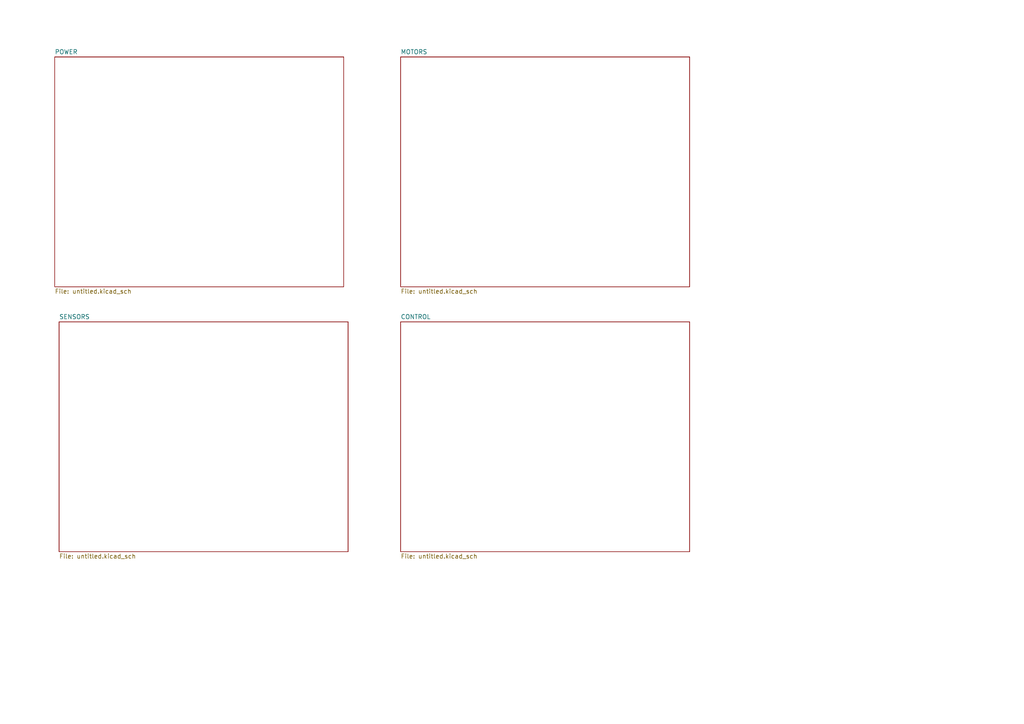
<source format=kicad_sch>
(kicad_sch (version 20230121) (generator eeschema)
  (paper "A4")
  (lib_symbols)
  (sheet (at 15.875 16.51) (size 83.82 66.675) (stroke (width 0.1524))
    (property "Sheetname" "POWER" (at 15.875 15.7984 0) (effects (justify left bottom)))
    (property "Sheetfile" "untitled.kicad_sch" (at 15.875 83.7696 0) (effects (justify left top)))
  )
  (sheet (at 17.145 93.345) (size 83.82 66.675) (stroke (width 0.1524))
    (property "Sheetname" "SENSORS" (at 17.145 92.6334 0) (effects (justify left bottom)))
    (property "Sheetfile" "untitled.kicad_sch" (at 17.145 160.6046 0) (effects (justify left top)))
  )
  (sheet (at 116.205 93.345) (size 83.82 66.675) (stroke (width 0.1524))
    (property "Sheetname" "CONTROL" (at 116.205 92.6334 0) (effects (justify left bottom)))
    (property "Sheetfile" "untitled.kicad_sch" (at 116.205 160.6046 0) (effects (justify left top)))
  )
  (sheet (at 116.205 16.51) (size 83.82 66.675) (stroke (width 0.1524))
    (property "Sheetname" "MOTORS" (at 116.205 15.7984 0) (effects (justify left bottom)))
    (property "Sheetfile" "untitled.kicad_sch" (at 116.205 83.7696 0) (effects (justify left top)))
  )
)
</source>
